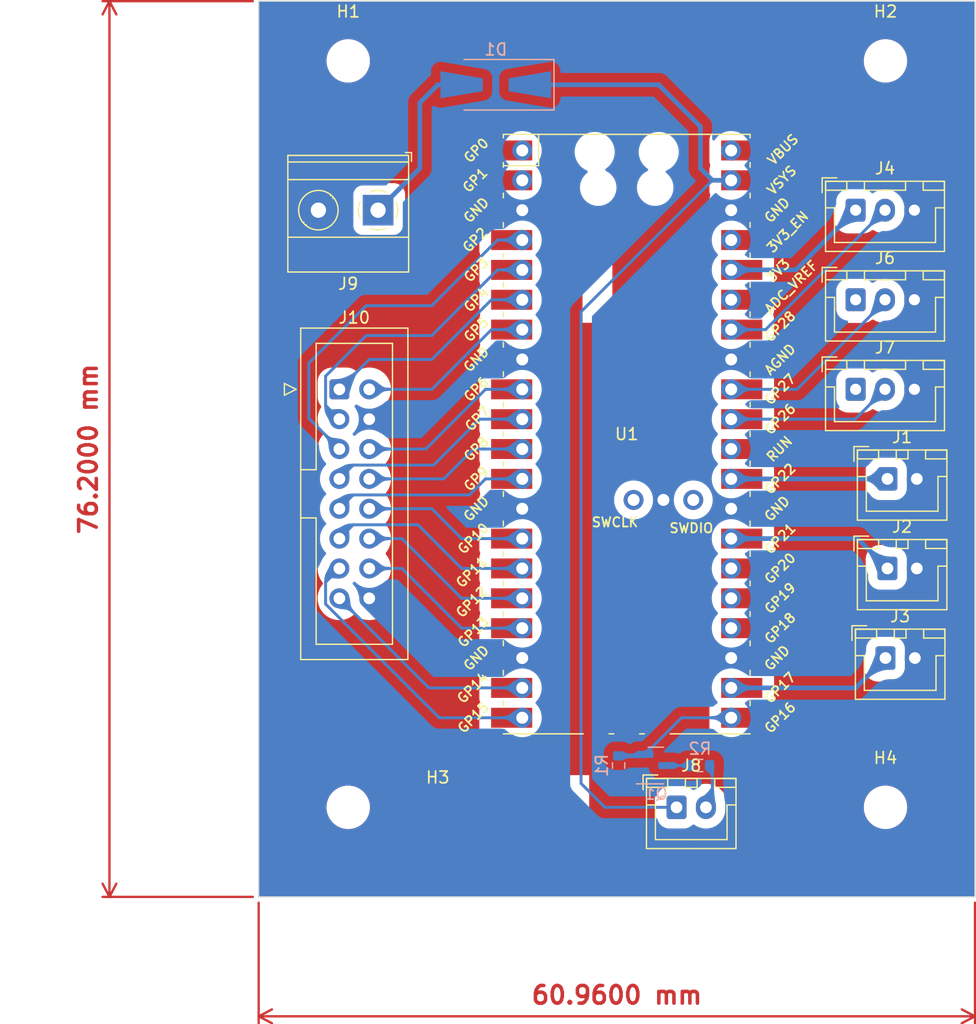
<source format=kicad_pcb>
(kicad_pcb (version 20221018) (generator pcbnew)
  (layers (0 "F.Cu" signal) (31 "B.Cu" signal) (34 "B.Paste" user) (35 "F.Paste" user) (36 "B.SilkS" user "B.Silkscreen") (37 "F.SilkS" user "F.Silkscreen") (38 "B.Mask" user) (39 "F.Mask" user) (44 "Edge.Cuts" user))
  (net 0 "")
  (net 1 "Start")
  (net 2 "GND")
  (net 3 "Stop")
  (net 4 "Reset")
  (net 5 "VCC")
  (net 6 "Pot")
  (net 7 "Net-(D1-A)")
  (net 8 "Sens_J")
  (net 9 "Sens_P")
  (net 10 "Net-(J8-Pin_2)")
  (net 11 "R1")
  (net 12 "G1")
  (net 13 "B1")
  (net 14 "R2")
  (net 15 "G2")
  (net 16 "B2")
  (net 17 "E")
  (net 18 "A")
  (net 19 "B")
  (net 20 "C")
  (net 21 "D")
  (net 22 "CLK")
  (net 23 "Latch")
  (net 24 "OE")
  (net 25 "Buzzer")
  (net 26 "Net-(Q1-D)")
  (net 27 "+3V3")
  (footprint "Connector_JST:JST_XH_B2B-XH-A_1x02_P2.50mm_Vertical" (layer "F.Cu") (at 147.487 91.44)
    (fp_text reference "J1" (at 1.25 -3.55) (layer "F.SilkS"))
    (fp_text value "SW_A")
    (pad "1" thru_hole roundrect (at 0 0) (size 1.7 2) (drill 1) (layers "*.Cu" "*.Mask") (roundrect_rratio 0.147059) (net 1 "Start"))
    (pad "2" thru_hole oval (at 2.5 0) (size 1.7 2) (drill 1) (layers "*.Cu" "*.Mask") (net 2 "GND"))
  )
  (footprint "Connector_JST:JST_XH_B2B-XH-A_1x02_P2.50mm_Vertical" (layer "F.Cu") (at 129.54 119.38)
    (fp_text reference "J8" (at 1.25 -3.55) (layer "F.SilkS"))
    (fp_text value "Buzzer")
    (pad "1" thru_hole roundrect (at 0 0) (size 1.7 2) (drill 1) (layers "*.Cu" "*.Mask") (roundrect_rratio 0.147059) (net 5 "VCC"))
    (pad "2" thru_hole oval (at 2.5 0) (size 1.7 2) (drill 1) (layers "*.Cu" "*.Mask") (net 10 "Net-(J8-Pin_2)"))
  )
  (footprint "TerminalBlock_Phoenix:TerminalBlock_Phoenix_MKDS-1,5-2-5.08_1x02_P5.08mm_Horizontal" (layer "F.Cu") (at 104.14 68.58 180)
    (fp_text reference "J9" (at 2.54 -6.26) (layer "F.SilkS"))
    (fp_text value "+5V External")
    (pad "1" thru_hole rect (at 0 0 180) (size 2.6 2.6) (drill 1.3) (layers "*.Cu" "*.Mask") (net 7 "Net-(D1-A)"))
    (pad "2" thru_hole circle (at 5.08 0 180) (size 2.6 2.6) (drill 1.3) (layers "*.Cu" "*.Mask") (net 2 "GND"))
  )
  (footprint "Connector_IDC:IDC-Header_2x08_P2.54mm_Vertical" (layer "F.Cu") (at 100.8475 83.82)
    (fp_text reference "J10" (at 1.27 -6.1) (layer "F.SilkS"))
    (fp_text value "HUB75 Display ctrl")
    (pad "1" thru_hole roundrect (at 0 0) (size 1.7 1.7) (drill 1) (layers "*.Cu" "*.Mask") (roundrect_rratio 0.147059) (net 11 "R1"))
    (pad "2" thru_hole circle (at 2.54 0) (size 1.7 1.7) (drill 1) (layers "*.Cu" "*.Mask") (net 12 "G1"))
    (pad "3" thru_hole circle (at 0 2.54) (size 1.7 1.7) (drill 1) (layers "*.Cu" "*.Mask") (net 13 "B1"))
    (pad "4" thru_hole circle (at 2.54 2.54) (size 1.7 1.7) (drill 1) (layers "*.Cu" "*.Mask") (net 2 "GND"))
    (pad "5" thru_hole circle (at 0 5.08) (size 1.7 1.7) (drill 1) (layers "*.Cu" "*.Mask") (net 14 "R2"))
    (pad "6" thru_hole circle (at 2.54 5.08) (size 1.7 1.7) (drill 1) (layers "*.Cu" "*.Mask") (net 15 "G2"))
    (pad "7" thru_hole circle (at 0 7.62) (size 1.7 1.7) (drill 1) (layers "*.Cu" "*.Mask") (net 16 "B2"))
    (pad "8" thru_hole circle (at 2.54 7.62) (size 1.7 1.7) (drill 1) (layers "*.Cu" "*.Mask") (net 17 "E"))
    (pad "9" thru_hole circle (at 0 10.16) (size 1.7 1.7) (drill 1) (layers "*.Cu" "*.Mask") (net 18 "A"))
    (pad "10" thru_hole circle (at 2.54 10.16) (size 1.7 1.7) (drill 1) (layers "*.Cu" "*.Mask") (net 19 "B"))
    (pad "11" thru_hole circle (at 0 12.7) (size 1.7 1.7) (drill 1) (layers "*.Cu" "*.Mask") (net 20 "C"))
    (pad "12" thru_hole circle (at 2.54 12.7) (size 1.7 1.7) (drill 1) (layers "*.Cu" "*.Mask") (net 21 "D"))
    (pad "13" thru_hole circle (at 0 15.24) (size 1.7 1.7) (drill 1) (layers "*.Cu" "*.Mask") (net 22 "CLK"))
    (pad "14" thru_hole circle (at 2.54 15.24) (size 1.7 1.7) (drill 1) (layers "*.Cu" "*.Mask") (net 23 "Latch"))
    (pad "15" thru_hole circle (at 0 17.78) (size 1.7 1.7) (drill 1) (layers "*.Cu" "*.Mask") (net 24 "OE"))
    (pad "16" thru_hole circle (at 2.54 17.78) (size 1.7 1.7) (drill 1) (layers "*.Cu" "*.Mask") (net 2 "GND"))
  )
  (footprint "Connector_JST:JST_XH_B2B-XH-A_1x02_P2.50mm_Vertical" (layer "F.Cu") (at 147.32 106.68)
    (fp_text reference "J3" (at 1.25 -3.55) (layer "F.SilkS"))
    (fp_text value "SW_C")
    (pad "1" thru_hole roundrect (at 0 0) (size 1.7 2) (drill 1) (layers "*.Cu" "*.Mask") (roundrect_rratio 0.147059) (net 4 "Reset"))
    (pad "2" thru_hole oval (at 2.5 0) (size 1.7 2) (drill 1) (layers "*.Cu" "*.Mask") (net 2 "GND"))
  )
  (footprint "Connector_JST:JST_XH_B3B-XH-A_1x03_P2.50mm_Vertical" (layer "F.Cu") (at 144.78 76.2)
    (fp_text reference "J6" (at 2.5 -3.55) (layer "F.SilkS"))
    (fp_text value "Sens_J")
    (pad "1" thru_hole roundrect (at 0 0) (size 1.7 1.95) (drill 0.95) (layers "*.Cu" "*.Mask") (roundrect_rratio 0.147059) (net 27 "+3V3"))
    (pad "2" thru_hole oval (at 2.5 0) (size 1.7 1.95) (drill 0.95) (layers "*.Cu" "*.Mask") (net 8 "Sens_J"))
    (pad "3" thru_hole oval (at 5 0) (size 1.7 1.95) (drill 0.95) (layers "*.Cu" "*.Mask") (net 2 "GND"))
  )
  (footprint "MountingHole:MountingHole_3.2mm_M3" (layer "F.Cu") (at 147.32 55.88)
    (fp_text reference "H2" (at 0 -4.2) (layer "F.SilkS"))
    (fp_text value "MountingHole")
    (pad "" np_thru_hole circle (at 0 0) (size 3.2 3.2) (drill 3.2) (layers "*.Cu" "*.Mask"))
  )
  (footprint "Connector_JST:JST_XH_B3B-XH-A_1x03_P2.50mm_Vertical" (layer "F.Cu") (at 144.78 68.58)
    (fp_text reference "J4" (at 2.5 -3.55) (layer "F.SilkS"))
    (fp_text value "Pot_J")
    (pad "1" thru_hole roundrect (at 0 0) (size 1.7 1.95) (drill 0.95) (layers "*.Cu" "*.Mask") (roundrect_rratio 0.147059) (net 27 "+3V3"))
    (pad "2" thru_hole oval (at 2.5 0) (size 1.7 1.95) (drill 0.95) (layers "*.Cu" "*.Mask") (net 6 "Pot"))
    (pad "3" thru_hole oval (at 5 0) (size 1.7 1.95) (drill 0.95) (layers "*.Cu" "*.Mask") (net 2 "GND"))
  )
  (footprint "RPi_Pico:RPi_PicoW_SMD_TH" (layer "F.Cu") (at 125.299 87.63)
    (fp_text reference "U1" (at 0 0) (layer "F.SilkS"))
    (fp_text value "PicoW")
    (fp_text user "GP9" (at -12.8 3.81 45) (layer "F.SilkS") (effects (font (size 0.8 0.8))))
    (fp_text user "GP14" (at -13.1 21.59 45) (layer "F.SilkS") (effects (font (size 0.8 0.8))))
    (fp_text user "GP22" (at 13.054 3.81 45) (layer "F.SilkS") (effects (font (size 0.8 0.8))))
    (fp_text user "3V3" (at 12.9 -13.9 45) (layer "F.SilkS") (effects (font (size 0.8 0.8))))
    (fp_text user "VSYS" (at 13.2 -21.59 45) (layer "F.SilkS") (effects (font (size 0.8 0.8))))
    (fp_text user "GP0" (at -12.8 -24.13 45) (layer "F.SilkS") (effects (font (size 0.8 0.8))))
    (fp_text user "GP5" (at -12.8 -8.89 45) (layer "F.SilkS") (effects (font (size 0.8 0.8))))
    (fp_text user "GP17" (at 13.054 21.59 45) (layer "F.SilkS") (effects (font (size 0.8 0.8))))
    (fp_text user "GP27" (at 13.054 -3.8 45) (layer "F.SilkS") (effects (font (size 0.8 0.8))))
    (fp_text user "GND" (at -12.8 -19.05 45) (layer "F.SilkS") (effects (font (size 0.8 0.8))))
    (fp_text user "AGND" (at 13.054 -6.35 45) (layer "F.SilkS") (effects (font (size 0.8 0.8))))
    (fp_text user "GND" (at -12.8 19.05 45) (layer "F.SilkS") (effects (font (size 0.8 0.8))))
    (fp_text user "GND" (at -12.8 6.35 45) (layer "F.SilkS") (effects (font (size 0.8 0.8))))
    (fp_text user "GP19" (at 13.054 13.97 45) (layer "F.SilkS") (effects (font (size 0.8 0.8))))
    (fp_text user "GND" (at 12.8 6.35 45) (layer "F.SilkS") (effects (font (size 0.8 0.8))))
    (fp_text user "GP26" (at 13.054 -1.27 45) (layer "F.SilkS") (effects (font (size 0.8 0.8))))
    (fp_text user "GND" (at 12.8 -19.05 45) (layer "F.SilkS") (effects (font (size 0.8 0.8))))
    (fp_text user "SWDIO" (at 5.5 8) (layer "F.SilkS") (effects (font (size 0.8 0.8))))
    (fp_text user "GP2" (at -12.9 -16.51 45) (layer "F.SilkS") (effects (font (size 0.8 0.8))))
    (fp_text user "GP20" (at 13.054 11.43 45) (layer "F.SilkS") (effects (font (size 0.8 0.8))))
    (fp_text user "GP18" (at 13.054 16.51 45) (layer "F.SilkS") (effects (font (size 0.8 0.8))))
    (fp_text user "GP12" (at -13.2 14.2925 45) (layer "F.SilkS") (effects (font (size 0.8 0.8))))
    (fp_text user "GP16" (at 13.054 24.13 45) (layer "F.SilkS") (effects (font (size 0.8 0.8))))
    (fp_text user "GP4" (at -12.8 -11.43 45) (layer "F.SilkS") (effects (font (size 0.8 0.8))))
    (fp_text user "GP10" (at -13.054 8.89 45) (layer "F.SilkS") (effects (font (size 0.8 0.8))))
    (fp_text user "SWCLK" (at -1 7.5) (layer "F.SilkS") (effects (font (size 0.8 0.8))))
    (fp_text user "GP8" (at -12.8 1.27 45) (layer "F.SilkS") (effects (font (size 0.8 0.8))))
    (fp_text user "GP7" (at -12.7 -1.3 45) (layer "F.SilkS") (effects (font (size 0.8 0.8))))
    (fp_text user "GND" (at 12.8 19.05 45) (layer "F.SilkS") (effects (font (size 0.8 0.8))))
    (fp_text user "GP28" (at 13.054 -9.144 45) (layer "F.SilkS") (effects (font (size 0.8 0.8))))
    (fp_text user "RUN" (at 13 1.27 45) (layer "F.SilkS") (effects (font (size 0.8 0.8))))
    (fp_text user "GP11" (at -13.2 11.7525 45) (layer "F.SilkS") (effects (font (size 0.8 0.8))))
    (fp_text user "ADC_VREF" (at 14 -12.5 45) (layer "F.SilkS") (effects (font (size 0.8 0.8))))
    (fp_text user "3V3_EN" (at 13.7 -17.2 45) (layer "F.SilkS") (effects (font (size 0.8 0.8))))
    (fp_text user "GP13" (at -13.054 16.8325 45) (layer "F.SilkS") (effects (font (size 0.8 0.8))))
    (fp_text user "GP21" (at 13.054 8.9 45) (layer "F.SilkS") (effects (font (size 0.8 0.8))))
    (fp_text user "GP3" (at -12.8 -13.97 45) (layer "F.SilkS") (effects (font (size 0.8 0.8))))
    (fp_text user "GP1" (at -12.9 -21.6 45) (layer "F.SilkS") (effects (font (size 0.8 0.8))))
    (fp_text user "VBUS" (at 13.3 -24.2 45) (layer "F.SilkS") (effects (font (size 0.8 0.8))))
    (fp_text user "GP15" (at -13.054 24.13 45) (layer "F.SilkS") (effects (font (size 0.8 0.8))))
    (fp_text user "GND" (at -12.8 -6.35 45) (layer "F.SilkS") (effects (font (size 0.8 0.8))))
    (fp_text user "GP6" (at -12.8 -3.81 45) (layer "F.SilkS") (effects (font (size 0.8 0.8))))
    (pad "" np_thru_hole oval (at -2.725 -24) (size 1.8 1.8) (drill 1.8) (layers "*.Cu" "*.Mask"))
    (pad "" np_thru_hole oval (at -2.425 -20.97) (size 1.5 1.5) (drill 1.5) (layers "*.Cu" "*.Mask"))
    (pad "" np_thru_hole oval (at 2.425 -20.97) (size 1.5 1.5) (drill 1.5) (layers "*.Cu" "*.Mask"))
    (pad "" np_thru_hole oval (at 2.725 -24) (size 1.8 1.8) (drill 1.8) (layers "*.Cu" "*.Mask"))
    (pad "1" thru_hole oval (at -8.89 -24.13) (size 1.7 1.7) (drill 1.02) (layers "*.Cu" "*.Mask"))
    (pad "1" smd rect (at -8.89 -24.13) (size 3.5 1.7) (drill (offset -0.9 0)) (layers "F.Cu" "F.Mask"))
    (pad "2" thru_hole oval (at -8.89 -21.59) (size 1.7 1.7) (drill 1.02) (layers "*.Cu" "*.Mask"))
    (pad "2" smd rect (at -8.89 -21.59) (size 3.5 1.7) (drill (offset -0.9 0)) (layers "F.Cu" "F.Mask"))
    (pad "3" thru_hole rect (at -8.89 -19.05) (size 1.7 1.7) (drill 1.02) (layers "*.Cu" "*.Mask") (net 2 "GND"))
    (pad "3" smd rect (at -8.89 -19.05) (size 3.5 1.7) (drill (offset -0.9 0)) (layers "F.Cu" "F.Mask") (net 2 "GND"))
    (pad "4" thru_hole oval (at -8.89 -16.51) (size 1.7 1.7) (drill 1.02) (layers "*.Cu" "*.Mask") (net 14 "R2"))
    (pad "4" smd rect (at -8.89 -16.51) (size 3.5 1.7) (drill (offset -0.9 0)) (layers "F.Cu" "F.Mask") (net 14 "R2"))
    (pad "5" thru_hole oval (at -8.89 -13.97) (size 1.7 1.7) (drill 1.02) (layers "*.Cu" "*.Mask") (net 13 "B1"))
    (pad "5" smd rect (at -8.89 -13.97) (size 3.5 1.7) (drill (offset -0.9 0)) (layers "F.Cu" "F.Mask") (net 13 "B1"))
    (pad "6" thru_hole oval (at -8.89 -11.43) (size 1.7 1.7) (drill 1.02) (layers "*.Cu" "*.Mask") (net 11 "R1"))
    (pad "6" smd rect (at -8.89 -11.43) (size 3.5 1.7) (drill (offset -0.9 0)) (layers "F.Cu" "F.Mask") (net 11 "R1"))
    (pad "7" thru_hole oval (at -8.89 -8.89) (size 1.7 1.7) (drill 1.02) (layers "*.Cu" "*.Mask") (net 12 "G1"))
    (pad "7" smd rect (at -8.89 -8.89) (size 3.5 1.7) (drill (offset -0.9 0)) (layers "F.Cu" "F.Mask") (net 12 "G1"))
    (pad "8" thru_hole rect (at -8.89 -6.35) (size 1.7 1.7) (drill 1.02) (layers "*.Cu" "*.Mask") (net 2 "GND"))
    (pad "8" smd rect (at -8.89 -6.35) (size 3.5 1.7) (drill (offset -0.9 0)) (layers "F.Cu" "F.Mask") (net 2 "GND"))
    (pad "9" thru_hole oval (at -8.89 -3.81) (size 1.7 1.7) (drill 1.02) (layers "*.Cu" "*.Mask") (net 15 "G2"))
    (pad "9" smd rect (at -8.89 -3.81) (size 3.5 1.7) (drill (offset -0.9 0)) (layers "F.Cu" "F.Mask") (net 15 "G2"))
    (pad "10" thru_hole oval (at -8.89 -1.27) (size 1.7 1.7) (drill 1.02) (layers "*.Cu" "*.Mask") (net 16 "B2"))
    (pad "10" smd rect (at -8.89 -1.27) (size 3.5 1.7) (drill (offset -0.9 0)) (layers "F.Cu" "F.Mask") (net 16 "B2"))
    (pad "11" thru_hole oval (at -8.89 1.27) (size 1.7 1.7) (drill 1.02) (layers "*.Cu" "*.Mask") (net 17 "E"))
    (pad "11" smd rect (at -8.89 1.27) (size 3.5 1.7) (drill (offset -0.9 0)) (layers "F.Cu" "F.Mask") (net 17 "E"))
    (pad "12" thru_hole oval (at -8.89 3.81) (size 1.7 1.7) (drill 1.02) (layers "*.Cu" "*.Mask") (net 18 "A"))
    (pad "12" smd rect (at -8.89 3.81) (size 3.5 1.7) (drill (offset -0.9 0)) (layers "F.Cu" "F.Mask") (net 18 "A"))
    (pad "13" thru_hole rect (at -8.89 6.35) (size 1.7 1.7) (drill 1.02) (layers "*.Cu" "*.Mask") (net 2 "GND"))
    (pad "13" smd rect (at -8.89 6.35) (size 3.5 1.7) (drill (offset -0.9 0)) (layers "F.Cu" "F.Mask") (net 2 "GND"))
    (pad "14" thru_hole oval (at -8.89 8.89) (size 1.7 1.7) (drill 1.02) (layers "*.Cu" "*.Mask") (net 19 "B"))
    (pad "14" smd rect (at -8.89 8.89) (size 3.5 1.7) (drill (offset -0.9 0)) (layers "F.Cu" "F.Mask") (net 19 "B"))
    (pad "15" thru_hole oval (at -8.89 11.43) (size 1.7 1.7) (drill 1.02) (layers "*.Cu" "*.Mask") (net 20 "C"))
    (pad "15" smd rect (at -8.89 11.43) (size 3.5 1.7) (drill (offset -0.9 0)) (layers "F.Cu" "F.Mask") (net 20 "C"))
    (pad "16" thru_hole oval (at -8.89 13.97) (size 1.7 1.7) (drill 1.02) (layers "*.Cu" "*.Mask") (net 21 "D"))
    (pad "16" smd rect (at -8.89 13.97) (size 3.5 1.7) (drill (offset -0.9 0)) (layers "F.Cu" "F.Mask") (net 21 "D"))
    (pad "17" thru_hole oval (at -8.89 16.51) (size 1.7 1.7) (drill 1.02) (layers "*.Cu" "*.Mask") (net 23 "Latch"))
    (pad "17" smd rect (at -8.89 16.51) (size 3.5 1.7) (drill (offset -0.9 0)) (layers "F.Cu" "F.Mask") (net 23 "Latch"))
    (pad "18" thru_hole rect (at -8.89 19.05) (size 1.7 1.7) (drill 1.02) (layers "*.Cu" "*.Mask") (net 2 "GND"))
    (pad "18" smd rect (at -8.89 19.05) (size 3.5 1.7) (drill (offset -0.9 0)) (layers "F.Cu" "F.Mask") (net 2 "GND"))
    (pad "19" thru_hole oval (at -8.89 21.59) (size 1.7 1.7) (drill 1.02) (layers "*.Cu" "*.Mask") (net 24 "OE"))
    (pad "19" smd rect (at -8.89 21.59) (size 3.5 1.7) (drill (offset -0.9 0)) (layers "F.Cu" "F.Mask") (net 24 "OE"))
    (pad "20" thru_hole oval (at -8.89 24.13) (size 1.7 1.7) (drill 1.02) (layers "*.Cu" "*.Mask") (net 22 "CLK"))
    (pad "20" smd rect (at -8.89 24.13) (size 3.5 1.7) (drill (offset -0.9 0)) (layers "F.Cu" "F.Mask") (net 22 "CLK"))
    (pad "21" thru_hole oval (at 8.89 24.13) (size 1.7 1.7) (drill 1.02) (layers "*.Cu" "*.Mask") (net 25 "Buzzer"))
    (pad "21" smd rect (at 8.89 24.13) (size 3.5 1.7) (drill (offset 0.9 0)) (layers "F.Cu" "F.Mask") (net 25 "Buzzer"))
    (pad "22" thru_hole oval (at 8.89 21.59) (size 1.7 1.7) (drill 1.02) (layers "*.Cu" "*.Mask") (net 4 "Reset"))
    (pad "22" smd rect (at 8.89 21.59) (size 3.5 1.7) (drill (offset 0.9 0)) (layers "F.Cu" "F.Mask") (net 4 "Reset"))
    (pad "23" thru_hole rect (at 8.89 19.05) (size 1.7 1.7) (drill 1.02) (layers "*.Cu" "*.Mask") (net 2 "GND"))
    (pad "23" smd rect (at 8.89 19.05) (size 3.5 1.7) (drill (offset 0.9 0)) (layers "F.Cu" "F.Mask") (net 2 "GND"))
    (pad "24" thru_hole oval (at 8.89 16.51) (size 1.7 1.7) (drill 1.02) (layers "*.Cu" "*.Mask"))
    (pad "24" smd rect (at 8.89 16.51) (size 3.5 1.7) (drill (offset 0.9 0)) (layers "F.Cu" "F.Mask"))
    (pad "25" thru_hole oval (at 8.89 13.97) (size 1.7 1.7) (drill 1.02) (layers "*.Cu" "*.Mask"))
    (pad "25" smd rect (at 8.89 13.97) (size 3.5 1.7) (drill (offset 0.9 0)) (layers "F.Cu" "F.Mask"))
    (pad "26" thru_hole oval (at 8.89 11.43) (size 1.7 1.7) (drill 1.02) (layers "*.Cu" "*.Mask"))
    (pad "26" smd rect (at 8.89 11.43) (size 3.5 1.7) (drill (offset 0.9 0)) (layers "F.Cu" "F.Mask"))
    (pad "27" thru_hole oval (at 8.89 8.89) (size 1.7 1.7) (drill 1.02) (layers "*.Cu" "*.Mask") (net 3 "Stop"))
    (pad "27" smd rect (at 8.89 8.89) (size 3.5 1.7) (drill (offset 0.9 0)) (layers "F.Cu" "F.Mask") (net 3 "Stop"))
    (pad "28" thru_hole rect (at 8.89 6.35) (size 1.7 1.7) (drill 1.02) (layers "*.Cu" "*.Mask") (net 2 "GND"))
    (pad "28" smd rect (at 8.89 6.35) (size 3.5 1.7) (drill (offset 0.9 0)) (layers "F.Cu" "F.Mask") (net 2 "GND"))
    (pad "29" thru_hole oval (at 8.89 3.81) (size 1.7 1.7) (drill 1.02) (layers "*.Cu" "*.Mask") (net 1 "Start"))
    (pad "29" smd rect (at 8.89 3.81) (size 3.5 1.7) (drill (offset 0.9 0)) (layers "F.Cu" "F.Mask") (net 1 "Start"))
    (pad "30" thru_hole oval (at 8.89 1.27) (size 1.7 1.7) (drill 1.02) (layers "*.Cu" "*.Mask"))
    (pad "30" smd rect (at 8.89 1.27) (size 3.5 1.7) (drill (offset 0.9 0)) (layers "F.Cu" "F.Mask"))
    (pad "31" thru_hole oval (at 8.89 -1.27) (size 1.7 1.7) (drill 1.02) (layers "*.Cu" "*.Mask") (net 9 "Sens_P"))
    (pad "31" smd rect (at 8.89 -1.27) (size 3.5 1.7) (drill (offset 0.9 0)) (layers "F.Cu" "F.Mask") (net 9 "Sens_P"))
    (pad "32" thru_hole oval (at 8.89 -3.81) (size 1.7 1.7) (drill 1.02) (layers "*.Cu" "*.Mask") (net 8 "Sens_J"))
    (pad "32" smd rect (at 8.89 -3.81) (size 3.5 1.7) (drill (offset 0.9 0)) (layers "F.Cu" "F.Mask") (net 8 "Sens_J"))
    (pad "33" thru_hole rect (at 8.89 -6.35) (size 1.7 1.7) (drill 1.02) (layers "*.Cu" "*.Mask") (net 2 "GND"))
    (pad "33" smd rect (at 8.89 -6.35) (size 3.5 1.7) (drill (offset 0.9 0)) (layers "F.Cu" "F.Mask") (net 2 "GND"))
    (pad "34" thru_hole oval (at 8.89 -8.89) (size 1.7 1.7) (drill 1.02) (layers "*.Cu" "*.Mask") (net 6 "Pot"))
    (pad "34" smd rect (at 8.89 -8.89) (size 3.5 1.7) (drill (offset 0.9 0)) (layers "F.Cu" "F.Mask") (net 6 "Pot"))
    (pad "35" thru_hole oval (at 8.89 -11.43) (size 1.7 1.7) (drill 1.02) (layers "*.Cu" "*.Mask"))
    (pad "35" smd rect (at 8.89 -11.43) (size 3.5 1.7) (drill (offset 0.9 0)) (layers "F.Cu" "F.Mask"))
    (pad "36" thru_hole oval (at 8.89 -13.97) (size 1.7 1.7) (drill 1.02) (layers "*.Cu" "*.Mask") (net 27 "+3V3"))
    (pad "36" smd rect (at 8.89 -13.97) (size 3.5 1.7) (drill (offset 0.9 0)) (layers "F.Cu" "F.Mask") (net 27 "+3V3"))
    (pad "37" thru_hole oval (at 8.89 -16.51) (size 1.7 1.7) (drill 1.02) (layers "*.Cu" "*.Mask"))
    (pad "37" smd rect (at 8.89 -16.51) (size 3.5 1.7) (drill (offset 0.9 0)) (layers "F.Cu" "F.Mask"))
    (pad "38" thru_hole rect (at 8.89 -19.05) (size 1.7 1.7) (drill 1.02) (layers "*.Cu" "*.Mask") (net 2 "GND"))
    (pad "38" smd rect (at 8.89 -19.05) (size 3.5 1.7) (drill (offset 0.9 0)) (layers "F.Cu" "F.Mask") (net 2 "GND"))
    (pad "39" thru_hole oval (at 8.89 -21.59) (size 1.7 1.7) (drill 1.02) (layers "*.Cu" "*.Mask") (net 5 "VCC"))
    (pad "39" smd rect (at 8.89 -21.59) (size 3.5 1.7) (drill (offset 0.9 0)) (layers "F.Cu" "F.Mask") (net 5 "VCC"))
    (pad "40" thru_hole oval (at 8.89 -24.13) (size 1.7 1.7) (drill 1.02) (layers "*.Cu" "*.Mask"))
    (pad "40" smd rect (at 8.89 -24.13) (size 3.5 1.7) (drill (offset 0.9 0)) (layers "F.Cu" "F.Mask"))
    (pad "41" thru_hole oval (at 0.5841 5.6) (size 1.7 1.7) (drill 1.02) (layers "*.Cu" "*.Mask"))
    (pad "42" thru_hole rect (at 3.1241 5.6) (size 1.7 1.7) (drill 1.02) (layers "*.Cu" "*.Mask") (net 2 "GND"))
    (pad "43" thru_hole oval (at 5.6641 5.6) (size 1.7 1.7) (drill 1.02) (layers "*.Cu" "*.Mask"))
  )
  (footprint "MountingHole:MountingHole_3.2mm_M3" (layer "F.Cu") (at 101.6 55.88)
    (fp_text reference "H1" (at 0 -4.2) (layer "F.SilkS"))
    (fp_text value "MountingHole")
    (pad "" np_thru_hole circle (at 0 0) (size 3.2 3.2) (drill 3.2) (layers "*.Cu" "*.Mask"))
  )
  (footprint "Connector_JST:JST_XH_B2B-XH-A_1x02_P2.50mm_Vertical" (layer "F.Cu") (at 147.487 99.06)
    (fp_text reference "J2" (at 1.25 -3.55) (layer "F.SilkS"))
    (fp_text value "SW_B")
    (pad "1" thru_hole roundrect (at 0 0) (size 1.7 2) (drill 1) (layers "*.Cu" "*.Mask") (roundrect_rratio 0.147059) (net 3 "Stop"))
    (pad "2" thru_hole oval (at 2.5 0) (size 1.7 2) (drill 1) (layers "*.Cu" "*.Mask") (net 2 "GND"))
  )
  (footprint "MountingHole:MountingHole_3.2mm_M3" (layer "F.Cu") (at 101.6 119.38)
    (fp_text reference "H3" (at 7.62 -2.54) (layer "F.SilkS"))
    (fp_text value "MountingHole")
    (pad "" np_thru_hole circle (at 0 0) (size 3.2 3.2) (drill 3.2) (layers "*.Cu" "*.Mask"))
  )
  (footprint "Connector_JST:JST_XH_B3B-XH-A_1x03_P2.50mm_Vertical" (layer "F.Cu") (at 144.78 83.82)
    (fp_text reference "J7" (at 2.5 -3.55) (layer "F.SilkS"))
    (fp_text value "Sens_P")
    (pad "1" thru_hole roundrect (at 0 0) (size 1.7 1.95) (drill 0.95) (layers "*.Cu" "*.Mask") (roundrect_rratio 0.147059) (net 27 "+3V3"))
    (pad "2" thru_hole oval (at 2.5 0) (size 1.7 1.95) (drill 0.95) (layers "*.Cu" "*.Mask") (net 9 "Sens_P"))
    (pad "3" thru_hole oval (at 5 0) (size 1.7 1.95) (drill 0.95) (layers "*.Cu" "*.Mask") (net 2 "GND"))
  )
  (footprint "MountingHole:MountingHole_3.2mm_M3" (layer "F.Cu") (at 147.32 119.38)
    (fp_text reference "H4" (at 0 -4.2) (layer "F.SilkS"))
    (fp_text value "MountingHole")
    (pad "" np_thru_hole circle (at 0 0) (size 3.2 3.2) (drill 3.2) (layers "*.Cu" "*.Mask"))
  )
  (footprint "Package_TO_SOT_SMD:SOT-23" (layer "B.Cu") (at 127.785 115.824)
    (fp_text reference "Q1" (at 0 2.4) (layer "B.SilkS") (effects (justify mirror)))
    (fp_text value "2N7000")
    (pad "1" smd roundrect (at -0.9375 0.95) (size 1.475 0.6) (layers "B.Cu" "B.Paste" "B.Mask") (net 2 "GND"))
    (pad "2" smd roundrect (at -0.9375 -0.95) (size 1.475 0.6) (layers "B.Cu" "B.Paste" "B.Mask") (net 25 "Buzzer"))
    (pad "3" smd roundrect (at 0.9375 0) (size 1.475 0.6) (layers "B.Cu" "B.Paste" "B.Mask") (net 26 "Net-(Q1-D)"))
  )
  (footprint "Diode_SMD:D_SMA-SMB_Universal_Handsoldering" (layer "B.Cu") (at 114.152 57.912 180)
    (fp_text reference "D1" (at 0 3) (layer "B.SilkS") (effects (justify mirror)))
    (fp_text value "D_Schottky")
    (pad "1" smd trapezoid (at -2.9 0 180) (size 3.6 1.7) (rect_delta 0.6 0) (layers "B.Cu" "B.Paste" "B.Mask") (net 5 "VCC"))
    (pad "2" smd trapezoid (at 2.9 0) (size 3.6 1.7) (rect_delta 0.6 0) (layers "B.Cu" "B.Paste" "B.Mask") (net 7 "Net-(D1-A)"))
  )
  (footprint "Resistor_SMD:R_0603_1608Metric" (layer "B.Cu") (at 131.532 115.824 180)
    (fp_text reference "R2" (at 0 1.43) (layer "B.SilkS") (effects (justify mirror)))
    (fp_text value "R")
    (pad "1" smd roundrect (at -0.825 0 180) (size 0.8 0.95) (layers "B.Cu" "B.Paste" "B.Mask") (net 10 "Net-(J8-Pin_2)"))
    (pad "2" smd roundrect (at 0.825 0 180) (size 0.8 0.95) (layers "B.Cu" "B.Paste" "B.Mask") (net 26 "Net-(Q1-D)"))
  )
  (footprint "Resistor_SMD:R_0603_1608Metric" (layer "B.Cu") (at 124.61 115.824 -90)
    (fp_text reference "R1" (at 0 1.43 90) (layer "B.SilkS") (effects (justify mirror)))
    (fp_text value "10k")
    (pad "1" smd roundrect (at -0.825 0 270) (size 0.8 0.95) (layers "B.Cu" "B.Paste" "B.Mask") (net 25 "Buzzer"))
    (pad "2" smd roundrect (at 0.825 0 270) (size 0.8 0.95) (layers "B.Cu" "B.Paste" "B.Mask") (net 2 "GND"))
  )
  (gr_rect (start 93.98 50.8) (end 154.94 127) (stroke (width 0.1)) (fill none) (layer "Edge.Cuts"))
  (gr_text "-" (at 149.86 63.5) (layer "F.Cu") (effects (font (size 1.5 1.5) (thickness 0.3))))
  (gr_text "Börne's Bøs\n${PCB_REV}\n${PCB_DATE}" (at 106.68 121.04) (layer "F.Cu") (effects (font (size 1.5 1.5) (thickness 0.3)) (justify left)))
  (gr_text "+" (at 144.78 63.5) (layer "F.Cu") (effects (font (size 1.5 1.5) (thickness 0.3))))
  (gr_text "-" (at 99.051438 61.941736) (layer "F.Cu") (effects (font (size 1.5 1.5) (thickness 0.3))))
  (gr_text "S" (at 147.32 63.5) (layer "F.Cu") (effects (font (size 1.5 1.5) (thickness 0.3))))
  (gr_text "+" (at 129.54 124.46) (layer "F.Cu") (effects (font (size 1.5 1.5) (thickness 0.3))))
  (gr_text "+" (at 104.131438 61.941736) (layer "F.Cu") (effects (font (size 1.5 1.5) (thickness 0.3))))
  (dimension (type aligned) (layer "F.Cu") (pts (xy 154.94 127) (xy 93.98 127)) (height -10.16) (gr_text "60.9600 mm" (at 124.46 135.36) (layer "F.Cu") (effects (font (size 1.5 1.5) (thickness 0.3)))) (format (prefix "") (suffix "") (units 3) (units_format 1) (precision 4)) (style (thickness 0.2) (arrow_length 1.27) (text_position_mode 0) (extension_height 0.58642) (extension_offset 0.5) keep_text_aligned))
  (dimension (type aligned) (layer "F.Cu") (pts (xy 93.98 127) (xy 93.98 50.8)) (height -12.7) (gr_text "76.2000 mm" (at 79.48 88.9 90) (layer "F.Cu") (effects (font (size 1.5 1.5) (thickness 0.3)))) (format (prefix "") (suffix "") (units 3) (units_format 1) (precision 4)) (style (thickness 0.2) (arrow_length 1.27) (text_position_mode 0) (extension_height 0.58642) (extension_offset 0.5) keep_text_aligned))
  (segment (start 147.487 91.44) (end 134.189 91.44) (width 0.4) (layer "B.Cu") (net 1))
  (segment (start 144.947 96.52) (end 134.189 96.52) (width 0.4) (layer "B.Cu") (net 3))
  (segment (start 147.487 99.06) (end 144.947 96.52) (width 0.4) (layer "B.Cu") (net 3))
  (segment (start 147.32 106.68) (end 144.78 109.22) (width 0.4) (layer "B.Cu") (net 4))
  (segment (start 144.78 109.22) (end 134.189 109.22) (width 0.4) (layer "B.Cu") (net 4))
  (segment (start 121.412 117.348) (end 123.444 119.38) (width 0.25) (layer "B.Cu") (net 5))
  (segment (start 128.016 57.912) (end 131.572 61.468) (width 0.4) (layer "B.Cu") (net 5))
  (segment (start 132.588 66.04) (end 121.412 77.216) (width 0.25) (layer "B.Cu") (net 5))
  (segment (start 131.572 61.468) (end 131.572 65.024) (width 0.4) (layer "B.Cu") (net 5))
  (segment (start 121.412 77.216) (end 121.412 117.348) (width 0.25) (layer "B.Cu") (net 5))
  (segment (start 123.444 119.38) (end 129.54 119.38) (width 0.25) (layer "B.Cu") (net 5))
  (segment (start 132.588 66.04) (end 134.189 66.04) (width 0.4) (layer "B.Cu") (net 5))
  (segment (start 131.572 65.024) (end 132.588 66.04) (width 0.4) (layer "B.Cu") (net 5))
  (segment (start 117.052 57.912) (end 128.016 57.912) (width 0.4) (layer "B.Cu") (net 5))
  (segment (start 137.12 78.74) (end 134.189 78.74) (width 0.25) (layer "B.Cu") (net 6))
  (segment (start 147.28 68.58) (end 137.12 78.74) (width 0.25) (layer "B.Cu") (net 6))
  (segment (start 107.696 59.436) (end 107.696 65.024) (width 0.4) (layer "B.Cu") (net 7))
  (segment (start 109.22 57.912) (end 109.728 57.912) (width 0.4) (layer "B.Cu") (net 7))
  (segment (start 107.696 65.024) (end 104.14 68.58) (width 0.4) (layer "B.Cu") (net 7))
  (segment (start 109.22 57.912) (end 107.696 59.436) (width 0.4) (layer "B.Cu") (net 7))
  (segment (start 147.28 76.325) (end 139.785 83.82) (width 0.25) (layer "B.Cu") (net 8))
  (segment (start 139.785 83.82) (end 134.189 83.82) (width 0.25) (layer "B.Cu") (net 8))
  (segment (start 147.28 76.2) (end 147.28 76.325) (width 0.25) (layer "B.Cu") (net 8))
  (segment (start 144.74 86.36) (end 134.189 86.36) (width 0.25) (layer "B.Cu") (net 9))
  (segment (start 147.28 83.82) (end 144.74 86.36) (width 0.25) (layer "B.Cu") (net 9))
  (segment (start 132.588 116.055) (end 132.357 115.824) (width 0.25) (layer "B.Cu") (net 10))
  (segment (start 132.588 118.832) (end 132.588 116.055) (width 0.25) (layer "B.Cu") (net 10))
  (segment (start 132.04 119.38) (end 132.588 118.832) (width 0.25) (layer "B.Cu") (net 10))
  (segment (start 108.712 81.28) (end 113.792 76.2) (width 0.25) (layer "B.Cu") (net 11))
  (segment (start 100.8475 83.82) (end 103.3875 81.28) (width 0.25) (layer "B.Cu") (net 11))
  (segment (start 103.3875 81.28) (end 108.712 81.28) (width 0.25) (layer "B.Cu") (net 11))
  (segment (start 113.792 76.2) (end 116.409 76.2) (width 0.25) (layer "B.Cu") (net 11))
  (segment (start 103.3875 83.82) (end 108.712 83.82) (width 0.25) (layer "B.Cu") (net 12))
  (segment (start 108.712 83.82) (end 113.792 78.74) (width 0.25) (layer "B.Cu") (net 12))
  (segment (start 113.792 78.74) (end 116.409 78.74) (width 0.25) (layer "B.Cu") (net 12))
  (segment (start 100.8475 86.36) (end 99.67298 85.18548) (width 0.25) (layer "B.Cu") (net 13))
  (segment (start 99.67298 85.18548) (end 99.67298 82.69902) (width 0.25) (layer "B.Cu") (net 13))
  (segment (start 114.3 73.66) (end 116.409 73.66) (width 0.25) (layer "B.Cu") (net 13))
  (segment (start 103.124 79.248) (end 108.712 79.248) (width 0.25) (layer "B.Cu") (net 13))
  (segment (start 108.712 79.248) (end 114.3 73.66) (width 0.25) (layer "B.Cu") (net 13))
  (segment (start 99.67298 82.69902) (end 103.124 79.248) (width 0.25) (layer "B.Cu") (net 13))
  (segment (start 98.246106 81.585894) (end 103.124 76.708) (width 0.25) (layer "B.Cu") (net 14))
  (segment (start 108.712 76.708) (end 114.3 71.12) (width 0.25) (layer "B.Cu") (net 14))
  (segment (start 98.246106 86.284889) (end 98.246106 81.585894) (width 0.25) (layer "B.Cu") (net 14))
  (segment (start 99.22346 87.262243) (end 98.246106 86.284889) (width 0.25) (layer "B.Cu") (net 14))
  (segment (start 103.124 76.708) (end 108.712 76.708) (width 0.25) (layer "B.Cu") (net 14))
  (segment (start 99.22346 87.27596) (end 99.22346 87.262243) (width 0.25) (layer "B.Cu") (net 14))
  (segment (start 114.3 71.12) (end 116.409 71.12) (width 0.25) (layer "B.Cu") (net 14))
  (segment (start 100.8475 88.9) (end 99.22346 87.27596) (width 0.25) (layer "B.Cu") (net 14))
  (segment (start 113.284 83.82) (end 116.409 83.82) (width 0.25) (layer "B.Cu") (net 15))
  (segment (start 108.204 88.9) (end 113.284 83.82) (width 0.25) (layer "B.Cu") (net 15))
  (segment (start 103.3875 88.9) (end 108.204 88.9) (width 0.25) (layer "B.Cu") (net 15))
  (segment (start 116.282 83.693) (end 116.409 83.82) (width 0.25) (layer "B.Cu") (net 15))
  (segment (start 100.8475 91.44) (end 102.022011 90.265489) (width 0.25) (layer "B.Cu") (net 16))
  (segment (start 102.022011 90.265489) (end 108.870511 90.265489) (width 0.25) (layer "B.Cu") (net 16))
  (segment (start 112.776 86.36) (end 116.409 86.36) (width 0.25) (layer "B.Cu") (net 16))
  (segment (start 108.870511 90.265489) (end 112.776 86.36) (width 0.25) (layer "B.Cu") (net 16))
  (segment (start 103.3875 91.44) (end 109.728 91.44) (width 0.25) (layer "B.Cu") (net 17))
  (segment (start 112.268 88.9) (end 116.409 88.9) (width 0.25) (layer "B.Cu") (net 17))
  (segment (start 109.728 91.44) (end 112.268 88.9) (width 0.25) (layer "B.Cu") (net 17))
  (segment (start 111.918511 92.805489) (end 113.284 91.44) (width 0.25) (layer "B.Cu") (net 18))
  (segment (start 100.8475 93.98) (end 102.022011 92.805489) (width 0.25) (layer "B.Cu") (net 18))
  (segment (start 113.284 91.44) (end 116.409 91.44) (width 0.25) (layer "B.Cu") (net 18))
  (segment (start 102.022011 92.805489) (end 111.918511 92.805489) (width 0.25) (layer "B.Cu") (net 18))
  (segment (start 103.3875 93.98) (end 108.712 93.98) (width 0.25) (layer "B.Cu") (net 19))
  (segment (start 108.712 93.98) (end 111.252 96.52) (width 0.25) (layer "B.Cu") (net 19))
  (segment (start 111.252 96.52) (end 116.409 96.52) (width 0.25) (layer "B.Cu") (net 19))
  (segment (start 111.252 99.06) (end 116.409 99.06) (width 0.25) (layer "B.Cu") (net 20))
  (segment (start 107.537489 95.345489) (end 111.252 99.06) (width 0.25) (layer "B.Cu") (net 20))
  (segment (start 102.022011 95.345489) (end 107.537489 95.345489) (width 0.25) (layer "B.Cu") (net 20))
  (segment (start 100.8475 96.52) (end 102.022011 95.345489) (width 0.25) (layer "B.Cu") (net 20))
  (segment (start 106.172 96.52) (end 111.252 101.6) (width 0.25) (layer "B.Cu") (net 21))
  (segment (start 111.252 101.6) (end 116.409 101.6) (width 0.25) (layer "B.Cu") (net 21))
  (segment (start 103.3875 96.52) (end 106.172 96.52) (width 0.25) (layer "B.Cu") (net 21))
  (segment (start 99.672989 100.234511) (end 99.672989 102.086499) (width 0.25) (layer "B.Cu") (net 22))
  (segment (start 109.34649 111.76) (end 116.409 111.76) (width 0.25) (layer "B.Cu") (net 22))
  (segment (start 100.8475 99.06) (end 99.672989 100.234511) (width 0.25) (layer "B.Cu") (net 22))
  (segment (start 99.672989 102.086499) (end 109.34649 111.76) (width 0.25) (layer "B.Cu") (net 22))
  (segment (start 111.252 104.14) (end 116.409 104.14) (width 0.25) (layer "B.Cu") (net 23))
  (segment (start 106.172 99.06) (end 111.252 104.14) (width 0.25) (layer "B.Cu") (net 23))
  (segment (start 103.3875 99.06) (end 106.172 99.06) (width 0.25) (layer "B.Cu") (net 23))
  (segment (start 108.4675 109.22) (end 116.409 109.22) (width 0.25) (layer "B.Cu") (net 24))
  (segment (start 100.8475 101.6) (end 108.4675 109.22) (width 0.25) (layer "B.Cu") (net 24))
  (segment (start 129.9615 111.76) (end 134.189 111.76) (width 0.25) (layer "B.Cu") (net 25))
  (segment (start 126.8475 114.874) (end 129.9615 111.76) (width 0.25) (layer "B.Cu") (net 25))
  (segment (start 124.61 114.999) (end 126.7225 114.999) (width 0.4) (layer "B.Cu") (net 25))
  (segment (start 124.61 114.999) (end 124.453 114.842) (width 0.4) (layer "B.Cu") (net 25))
  (segment (start 126.7225 114.999) (end 126.8475 114.874) (width 0.4) (layer "B.Cu") (net 25))
  (segment (start 128.7225 115.824) (end 130.707 115.824) (width 0.25) (layer "B.Cu") (net 26))
  (segment (start 144.78 68.58) (end 139.7 73.66) (width 0.4) (layer "B.Cu") (net 27))
  (segment (start 139.7 73.66) (end 134.189 73.66) (width 0.4) (layer "B.Cu") (net 27))
  (zone (net 0) (net_name "") (layer "F.Cu") (connect_pads (clearance 0)) (min_thickness 0.254)
    (keepout (tracks not_allowed) (vias not_allowed) (pads not_allowed) (copperpour not_allowed) (footprints allowed))
    (fill (thermal_gap 0.508) (thermal_bridge_width 0.508))
    (polygon (pts (xy 129.286 68.001) (xy 121.285 67.874) (xy 121.285 62.413) (xy 129.286 62.413)))
  )
  (zone (net 0) (net_name "") (layer "F.Cu") (connect_pads (clearance 0)) (min_thickness 0.254)
    (keepout (tracks not_allowed) (vias not_allowed) (pads not_allowed) (copperpour not_allowed) (footprints allowed))
    (fill (thermal_gap 0.508) (thermal_bridge_width 0.508))
    (polygon (pts (xy 124.079 78.161) (xy 121.539 78.161) (xy 121.539 70.287) (xy 124.079 70.287)))
  )
  (zone (net 0) (net_name "") (layer "F.Cu") (connect_pads thru_hole_only (clearance 1)) (min_thickness 0.254) (fill yes (thermal_gap 0.508) (thermal_bridge_width 0.508))
    (polygon (pts (xy 154.94 127) (xy 93.98 127) (xy 93.98 50.8) (xy 154.94 50.8)))
  )
  (zone (net 2) (net_name "GND") (layer "B.Cu") (name "GND copper fill") (connect_pads yes (clearance 0.8)) (min_thickness 0.254) (fill yes (thermal_gap 0.508) (thermal_bridge_width 0.508) (island_removal_mode 2) (island_area_min 5))
    (polygon (pts (xy 154.94 127) (xy 93.98 127) (xy 93.98 50.8) (xy 154.94 50.8)))
  )
)
</source>
